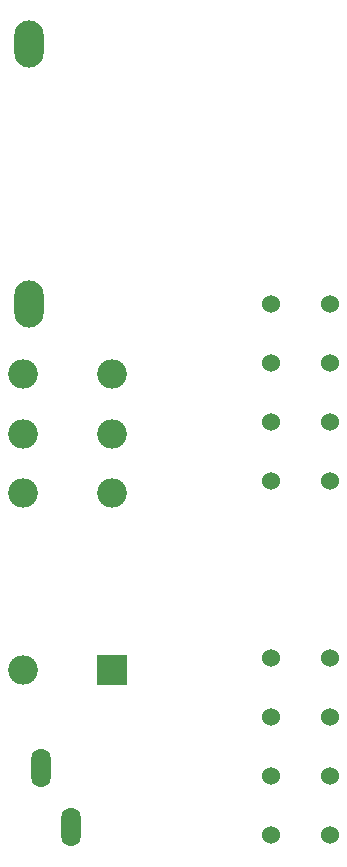
<source format=gts>
G04 #@! TF.GenerationSoftware,KiCad,Pcbnew,(5.1.9)-1*
G04 #@! TF.CreationDate,2021-04-18T13:23:29+02:00*
G04 #@! TF.ProjectId,relay-box,72656c61-792d-4626-9f78-2e6b69636164,rev?*
G04 #@! TF.SameCoordinates,Original*
G04 #@! TF.FileFunction,Soldermask,Top*
G04 #@! TF.FilePolarity,Negative*
%FSLAX46Y46*%
G04 Gerber Fmt 4.6, Leading zero omitted, Abs format (unit mm)*
G04 Created by KiCad (PCBNEW (5.1.9)-1) date 2021-04-18 13:23:29*
%MOMM*%
%LPD*%
G01*
G04 APERTURE LIST*
%ADD10C,1.524000*%
%ADD11O,1.650000X3.300000*%
%ADD12O,2.500000X2.500000*%
%ADD13R,2.500000X2.500000*%
%ADD14O,2.500000X4.000000*%
G04 APERTURE END LIST*
D10*
X81000000Y-115000000D03*
X76000000Y-115000000D03*
X81000000Y-110000000D03*
X76000000Y-110000000D03*
X81000000Y-105000000D03*
X76000000Y-105000000D03*
X81000000Y-100000000D03*
X76000000Y-100000000D03*
X76000000Y-130000000D03*
X81000000Y-130000000D03*
X76000000Y-135000000D03*
X81000000Y-135000000D03*
X76000000Y-140000000D03*
X81000000Y-140000000D03*
X76000000Y-145000000D03*
X81000000Y-145000000D03*
D11*
X56528600Y-139300000D03*
X59028600Y-144300000D03*
D12*
X55000000Y-131000000D03*
X55000000Y-116000000D03*
X55000000Y-111000000D03*
X55000000Y-106000000D03*
X62500000Y-106000000D03*
X62500000Y-111000000D03*
X62500000Y-116000000D03*
D13*
X62500000Y-131000000D03*
D14*
X55500000Y-78000000D03*
X55500000Y-100000000D03*
M02*

</source>
